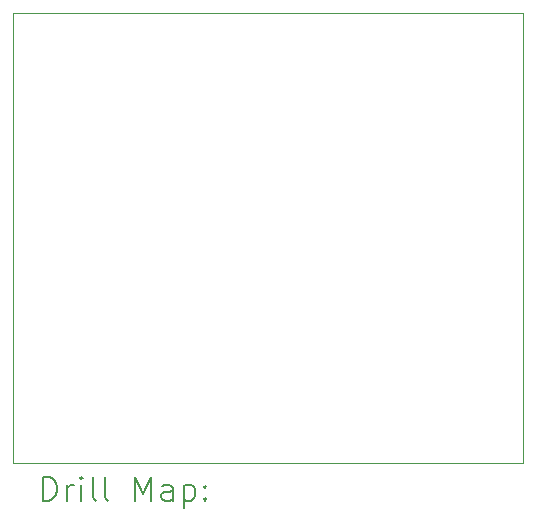
<source format=gbr>
%TF.GenerationSoftware,KiCad,Pcbnew,(6.0.11)*%
%TF.CreationDate,2023-04-02T15:37:20-07:00*%
%TF.ProjectId,M_MUC,4d5f4d55-432e-46b6-9963-61645f706362,rev?*%
%TF.SameCoordinates,Original*%
%TF.FileFunction,Drillmap*%
%TF.FilePolarity,Positive*%
%FSLAX45Y45*%
G04 Gerber Fmt 4.5, Leading zero omitted, Abs format (unit mm)*
G04 Created by KiCad (PCBNEW (6.0.11)) date 2023-04-02 15:37:20*
%MOMM*%
%LPD*%
G01*
G04 APERTURE LIST*
%ADD10C,0.100000*%
%ADD11C,0.200000*%
G04 APERTURE END LIST*
D10*
X10160000Y-6858000D02*
X14478000Y-6858000D01*
X14478000Y-6858000D02*
X14478000Y-10668000D01*
X14478000Y-10668000D02*
X10160000Y-10668000D01*
X10160000Y-10668000D02*
X10160000Y-6858000D01*
D11*
X10412619Y-10983476D02*
X10412619Y-10783476D01*
X10460238Y-10783476D01*
X10488810Y-10793000D01*
X10507857Y-10812048D01*
X10517381Y-10831095D01*
X10526905Y-10869190D01*
X10526905Y-10897762D01*
X10517381Y-10935857D01*
X10507857Y-10954905D01*
X10488810Y-10973952D01*
X10460238Y-10983476D01*
X10412619Y-10983476D01*
X10612619Y-10983476D02*
X10612619Y-10850143D01*
X10612619Y-10888238D02*
X10622143Y-10869190D01*
X10631667Y-10859667D01*
X10650714Y-10850143D01*
X10669762Y-10850143D01*
X10736429Y-10983476D02*
X10736429Y-10850143D01*
X10736429Y-10783476D02*
X10726905Y-10793000D01*
X10736429Y-10802524D01*
X10745952Y-10793000D01*
X10736429Y-10783476D01*
X10736429Y-10802524D01*
X10860238Y-10983476D02*
X10841190Y-10973952D01*
X10831667Y-10954905D01*
X10831667Y-10783476D01*
X10965000Y-10983476D02*
X10945952Y-10973952D01*
X10936429Y-10954905D01*
X10936429Y-10783476D01*
X11193571Y-10983476D02*
X11193571Y-10783476D01*
X11260238Y-10926333D01*
X11326905Y-10783476D01*
X11326905Y-10983476D01*
X11507857Y-10983476D02*
X11507857Y-10878714D01*
X11498333Y-10859667D01*
X11479286Y-10850143D01*
X11441190Y-10850143D01*
X11422143Y-10859667D01*
X11507857Y-10973952D02*
X11488809Y-10983476D01*
X11441190Y-10983476D01*
X11422143Y-10973952D01*
X11412619Y-10954905D01*
X11412619Y-10935857D01*
X11422143Y-10916810D01*
X11441190Y-10907286D01*
X11488809Y-10907286D01*
X11507857Y-10897762D01*
X11603095Y-10850143D02*
X11603095Y-11050143D01*
X11603095Y-10859667D02*
X11622143Y-10850143D01*
X11660238Y-10850143D01*
X11679286Y-10859667D01*
X11688809Y-10869190D01*
X11698333Y-10888238D01*
X11698333Y-10945381D01*
X11688809Y-10964429D01*
X11679286Y-10973952D01*
X11660238Y-10983476D01*
X11622143Y-10983476D01*
X11603095Y-10973952D01*
X11784048Y-10964429D02*
X11793571Y-10973952D01*
X11784048Y-10983476D01*
X11774524Y-10973952D01*
X11784048Y-10964429D01*
X11784048Y-10983476D01*
X11784048Y-10859667D02*
X11793571Y-10869190D01*
X11784048Y-10878714D01*
X11774524Y-10869190D01*
X11784048Y-10859667D01*
X11784048Y-10878714D01*
M02*

</source>
